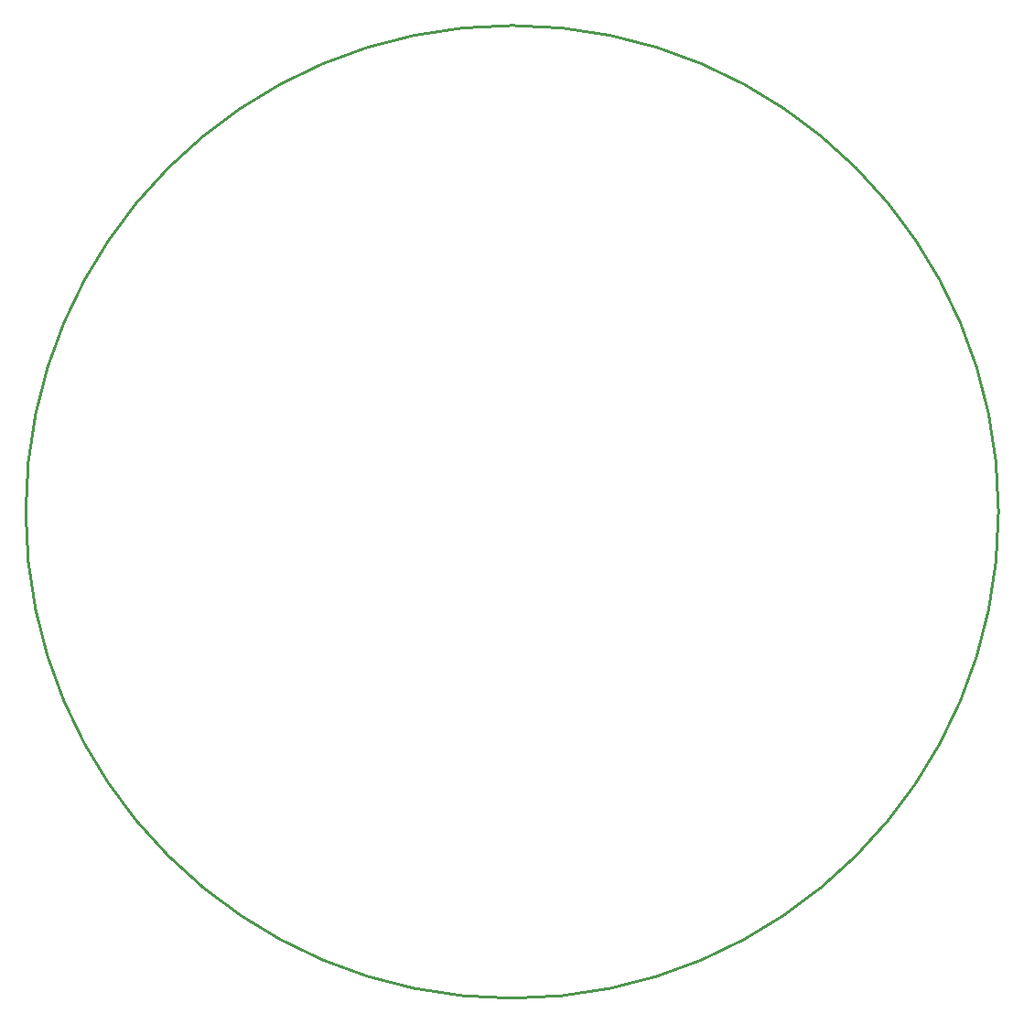
<source format=gko>
G04 Layer: BoardOutlineLayer*
G04 EasyEDA v6.5.51, 2025-11-11 21:27:02*
G04 2e57b4fab426491ebcaac77955a750c1,69688592e0df400aafdf5843d4e091a6,10*
G04 Gerber Generator version 0.2*
G04 Scale: 100 percent, Rotated: No, Reflected: No *
G04 Dimensions in millimeters *
G04 leading zeros omitted , absolute positions ,4 integer and 5 decimal *
%FSLAX45Y45*%
%MOMM*%

%ADD10C,0.2540*%
%ADD11C,0.0158*%
D10*
G75*
G01
X8999982Y4499991D02*
G03X8999982Y4499991I-4499991J0D01*

%LPD*%
M02*

</source>
